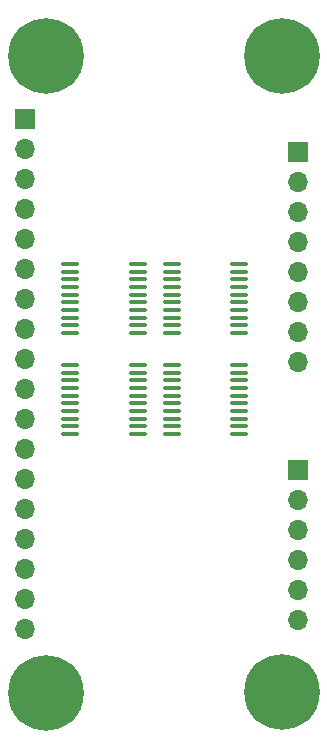
<source format=gbs>
G04 #@! TF.GenerationSoftware,KiCad,Pcbnew,7.0.10-7.0.10~ubuntu22.04.1*
G04 #@! TF.CreationDate,2024-03-22T17:45:40+01:00*
G04 #@! TF.ProjectId,dac-base-board,6461632d-6261-4736-952d-626f6172642e,v0.1*
G04 #@! TF.SameCoordinates,Original*
G04 #@! TF.FileFunction,Soldermask,Bot*
G04 #@! TF.FilePolarity,Negative*
%FSLAX46Y46*%
G04 Gerber Fmt 4.6, Leading zero omitted, Abs format (unit mm)*
G04 Created by KiCad (PCBNEW 7.0.10-7.0.10~ubuntu22.04.1) date 2024-03-22 17:45:40*
%MOMM*%
%LPD*%
G01*
G04 APERTURE LIST*
G04 Aperture macros list*
%AMRoundRect*
0 Rectangle with rounded corners*
0 $1 Rounding radius*
0 $2 $3 $4 $5 $6 $7 $8 $9 X,Y pos of 4 corners*
0 Add a 4 corners polygon primitive as box body*
4,1,4,$2,$3,$4,$5,$6,$7,$8,$9,$2,$3,0*
0 Add four circle primitives for the rounded corners*
1,1,$1+$1,$2,$3*
1,1,$1+$1,$4,$5*
1,1,$1+$1,$6,$7*
1,1,$1+$1,$8,$9*
0 Add four rect primitives between the rounded corners*
20,1,$1+$1,$2,$3,$4,$5,0*
20,1,$1+$1,$4,$5,$6,$7,0*
20,1,$1+$1,$6,$7,$8,$9,0*
20,1,$1+$1,$8,$9,$2,$3,0*%
G04 Aperture macros list end*
%ADD10C,6.400000*%
%ADD11R,1.700000X1.700000*%
%ADD12O,1.700000X1.700000*%
%ADD13RoundRect,0.100000X0.637500X0.100000X-0.637500X0.100000X-0.637500X-0.100000X0.637500X-0.100000X0*%
G04 APERTURE END LIST*
D10*
X29464000Y-18796000D03*
X49464000Y-18796000D03*
X49464000Y-72644000D03*
X29464000Y-72796000D03*
D11*
X50800000Y-26924000D03*
D12*
X50800000Y-29464000D03*
X50800000Y-32004000D03*
X50800000Y-34544000D03*
X50800000Y-37084000D03*
X50800000Y-39624000D03*
X50800000Y-42164000D03*
X50800000Y-44704000D03*
D13*
X37295000Y-44980000D03*
X37295000Y-45630000D03*
X37295000Y-46280000D03*
X37295000Y-46930000D03*
X37295000Y-47580000D03*
X37295000Y-48230000D03*
X37295000Y-48880000D03*
X37295000Y-49530000D03*
X37295000Y-50180000D03*
X37295000Y-50830000D03*
X31570000Y-50830000D03*
X31570000Y-50180000D03*
X31570000Y-49530000D03*
X31570000Y-48880000D03*
X31570000Y-48230000D03*
X31570000Y-47580000D03*
X31570000Y-46930000D03*
X31570000Y-46280000D03*
X31570000Y-45630000D03*
X31570000Y-44980000D03*
X45862500Y-44980000D03*
X45862500Y-45630000D03*
X45862500Y-46280000D03*
X45862500Y-46930000D03*
X45862500Y-47580000D03*
X45862500Y-48230000D03*
X45862500Y-48880000D03*
X45862500Y-49530000D03*
X45862500Y-50180000D03*
X45862500Y-50830000D03*
X40137500Y-50830000D03*
X40137500Y-50180000D03*
X40137500Y-49530000D03*
X40137500Y-48880000D03*
X40137500Y-48230000D03*
X40137500Y-47580000D03*
X40137500Y-46930000D03*
X40137500Y-46280000D03*
X40137500Y-45630000D03*
X40137500Y-44980000D03*
X31570000Y-36445000D03*
X31570000Y-37095000D03*
X31570000Y-37745000D03*
X31570000Y-38395000D03*
X31570000Y-39045000D03*
X31570000Y-39695000D03*
X31570000Y-40345000D03*
X31570000Y-40995000D03*
X31570000Y-41645000D03*
X31570000Y-42295000D03*
X37295000Y-42295000D03*
X37295000Y-41645000D03*
X37295000Y-40995000D03*
X37295000Y-40345000D03*
X37295000Y-39695000D03*
X37295000Y-39045000D03*
X37295000Y-38395000D03*
X37295000Y-37745000D03*
X37295000Y-37095000D03*
X37295000Y-36445000D03*
X40137500Y-36445000D03*
X40137500Y-37095000D03*
X40137500Y-37745000D03*
X40137500Y-38395000D03*
X40137500Y-39045000D03*
X40137500Y-39695000D03*
X40137500Y-40345000D03*
X40137500Y-40995000D03*
X40137500Y-41645000D03*
X40137500Y-42295000D03*
X45862500Y-42295000D03*
X45862500Y-41645000D03*
X45862500Y-40995000D03*
X45862500Y-40345000D03*
X45862500Y-39695000D03*
X45862500Y-39045000D03*
X45862500Y-38395000D03*
X45862500Y-37745000D03*
X45862500Y-37095000D03*
X45862500Y-36445000D03*
D11*
X27760000Y-24130000D03*
D12*
X27760000Y-26670000D03*
X27760000Y-29210000D03*
X27760000Y-31750000D03*
X27760000Y-34290000D03*
X27760000Y-36830000D03*
X27760000Y-39370000D03*
X27760000Y-41910000D03*
X27760000Y-44450000D03*
X27760000Y-46990000D03*
X27760000Y-49530000D03*
X27760000Y-52070000D03*
X27760000Y-54610000D03*
X27760000Y-57150000D03*
X27760000Y-59690000D03*
X27760000Y-62230000D03*
X27760000Y-64770000D03*
X27760000Y-67310000D03*
D11*
X50800000Y-53848000D03*
D12*
X50800000Y-56388000D03*
X50800000Y-58928000D03*
X50800000Y-61468000D03*
X50800000Y-64008000D03*
X50800000Y-66548000D03*
M02*

</source>
